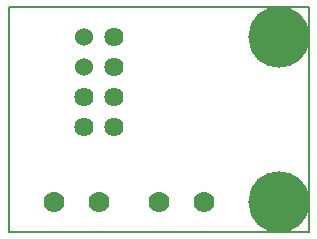
<source format=gbr>
G04 PROTEUS GERBER X2 FILE*
%TF.GenerationSoftware,Labcenter,Proteus,8.6-SP2-Build23525*%
%TF.CreationDate,2017-05-05T12:43:17+00:00*%
%TF.FileFunction,Copper,L2,Bot*%
%TF.FilePolarity,Positive*%
%TF.Part,Single*%
%FSLAX45Y45*%
%MOMM*%
G01*
%TA.AperFunction,ComponentPad*%
%ADD13C,1.778000*%
%TA.AperFunction,ComponentPad*%
%ADD14C,1.625600*%
%ADD15C,1.524000*%
%TA.AperFunction,OtherPad,Unknown*%
%ADD17C,1.778000*%
%ADD18C,5.200000*%
%TA.AperFunction,Profile*%
%ADD19C,0.203200*%
%TD.AperFunction*%
D13*
X+762000Y+254000D03*
D14*
X+889000Y+1651000D03*
X+889000Y+1397000D03*
X+889000Y+1143000D03*
X+889000Y+889000D03*
X+635000Y+889000D03*
X+635000Y+1143000D03*
D15*
X+635000Y+1397000D03*
X+635000Y+1651000D03*
D17*
X+1270000Y+254000D03*
X+1651000Y+254000D03*
X+381000Y+254000D03*
D18*
X+2286000Y+1651000D03*
X+2286000Y+254000D03*
D19*
X+0Y+0D02*
X+2540000Y+0D01*
X+2540000Y+1905000D01*
X+0Y+1905000D01*
X+0Y+0D01*
M02*

</source>
